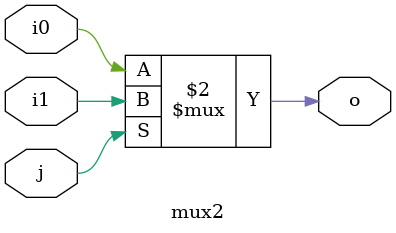
<source format=v>
module mux2(input wire i0,i1,j, output wire o);
	assign o = (j==0)?i0:i1;
endmodule


</source>
